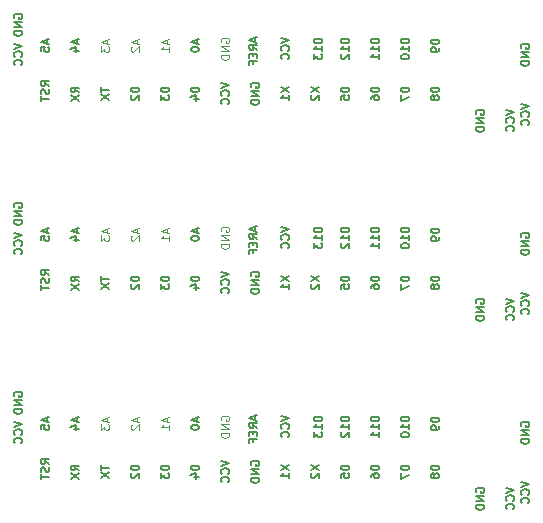
<source format=gbo>
G04 #@! TF.FileFunction,Legend,Bot*
%FSLAX46Y46*%
G04 Gerber Fmt 4.6, Leading zero omitted, Abs format (unit mm)*
G04 Created by KiCad (PCBNEW 4.0.0-rc2-stable) date 20/11/2015 20:33:50*
%MOMM*%
G01*
G04 APERTURE LIST*
%ADD10C,0.100000*%
%ADD11C,0.150000*%
%ADD12C,0.125000*%
G04 APERTURE END LIST*
D10*
D11*
X200776667Y-119896000D02*
X200776667Y-120229334D01*
X200976667Y-119829334D02*
X200276667Y-120062667D01*
X200976667Y-120296000D01*
X200276667Y-120862667D02*
X200276667Y-120529334D01*
X200610000Y-120496000D01*
X200576667Y-120529334D01*
X200543333Y-120596000D01*
X200543333Y-120762667D01*
X200576667Y-120829334D01*
X200610000Y-120862667D01*
X200676667Y-120896000D01*
X200843333Y-120896000D01*
X200910000Y-120862667D01*
X200943333Y-120829334D01*
X200976667Y-120762667D01*
X200976667Y-120596000D01*
X200943333Y-120529334D01*
X200910000Y-120496000D01*
X240950000Y-120624667D02*
X240916667Y-120558001D01*
X240916667Y-120458001D01*
X240950000Y-120358001D01*
X241016667Y-120291334D01*
X241083333Y-120258001D01*
X241216667Y-120224667D01*
X241316667Y-120224667D01*
X241450000Y-120258001D01*
X241516667Y-120291334D01*
X241583333Y-120358001D01*
X241616667Y-120458001D01*
X241616667Y-120524667D01*
X241583333Y-120624667D01*
X241550000Y-120658001D01*
X241316667Y-120658001D01*
X241316667Y-120524667D01*
X241616667Y-120958001D02*
X240916667Y-120958001D01*
X241616667Y-121358001D01*
X240916667Y-121358001D01*
X241616667Y-121691334D02*
X240916667Y-121691334D01*
X240916667Y-121858000D01*
X240950000Y-121958000D01*
X241016667Y-122024667D01*
X241083333Y-122058000D01*
X241216667Y-122091334D01*
X241316667Y-122091334D01*
X241450000Y-122058000D01*
X241516667Y-122024667D01*
X241583333Y-121958000D01*
X241616667Y-121858000D01*
X241616667Y-121691334D01*
X240916667Y-125304667D02*
X241616667Y-125538000D01*
X240916667Y-125771333D01*
X241550000Y-126404667D02*
X241583333Y-126371333D01*
X241616667Y-126271333D01*
X241616667Y-126204667D01*
X241583333Y-126104667D01*
X241516667Y-126038000D01*
X241450000Y-126004667D01*
X241316667Y-125971333D01*
X241216667Y-125971333D01*
X241083333Y-126004667D01*
X241016667Y-126038000D01*
X240950000Y-126104667D01*
X240916667Y-126204667D01*
X240916667Y-126271333D01*
X240950000Y-126371333D01*
X240983333Y-126404667D01*
X241550000Y-127104667D02*
X241583333Y-127071333D01*
X241616667Y-126971333D01*
X241616667Y-126904667D01*
X241583333Y-126804667D01*
X241516667Y-126738000D01*
X241450000Y-126704667D01*
X241316667Y-126671333D01*
X241216667Y-126671333D01*
X241083333Y-126704667D01*
X241016667Y-126738000D01*
X240950000Y-126804667D01*
X240916667Y-126904667D01*
X240916667Y-126971333D01*
X240950000Y-127071333D01*
X240983333Y-127104667D01*
X239646667Y-125812667D02*
X240346667Y-126046000D01*
X239646667Y-126279333D01*
X240280000Y-126912667D02*
X240313333Y-126879333D01*
X240346667Y-126779333D01*
X240346667Y-126712667D01*
X240313333Y-126612667D01*
X240246667Y-126546000D01*
X240180000Y-126512667D01*
X240046667Y-126479333D01*
X239946667Y-126479333D01*
X239813333Y-126512667D01*
X239746667Y-126546000D01*
X239680000Y-126612667D01*
X239646667Y-126712667D01*
X239646667Y-126779333D01*
X239680000Y-126879333D01*
X239713333Y-126912667D01*
X240280000Y-127612667D02*
X240313333Y-127579333D01*
X240346667Y-127479333D01*
X240346667Y-127412667D01*
X240313333Y-127312667D01*
X240246667Y-127246000D01*
X240180000Y-127212667D01*
X240046667Y-127179333D01*
X239946667Y-127179333D01*
X239813333Y-127212667D01*
X239746667Y-127246000D01*
X239680000Y-127312667D01*
X239646667Y-127412667D01*
X239646667Y-127479333D01*
X239680000Y-127579333D01*
X239713333Y-127612667D01*
X237140000Y-126212667D02*
X237106667Y-126146001D01*
X237106667Y-126046001D01*
X237140000Y-125946001D01*
X237206667Y-125879334D01*
X237273333Y-125846001D01*
X237406667Y-125812667D01*
X237506667Y-125812667D01*
X237640000Y-125846001D01*
X237706667Y-125879334D01*
X237773333Y-125946001D01*
X237806667Y-126046001D01*
X237806667Y-126112667D01*
X237773333Y-126212667D01*
X237740000Y-126246001D01*
X237506667Y-126246001D01*
X237506667Y-126112667D01*
X237806667Y-126546001D02*
X237106667Y-126546001D01*
X237806667Y-126946001D01*
X237106667Y-126946001D01*
X237806667Y-127279334D02*
X237106667Y-127279334D01*
X237106667Y-127446000D01*
X237140000Y-127546000D01*
X237206667Y-127612667D01*
X237273333Y-127646000D01*
X237406667Y-127679334D01*
X237506667Y-127679334D01*
X237640000Y-127646000D01*
X237706667Y-127612667D01*
X237773333Y-127546000D01*
X237806667Y-127446000D01*
X237806667Y-127279334D01*
X233996667Y-119879334D02*
X233296667Y-119879334D01*
X233296667Y-120046000D01*
X233330000Y-120146000D01*
X233396667Y-120212667D01*
X233463333Y-120246000D01*
X233596667Y-120279334D01*
X233696667Y-120279334D01*
X233830000Y-120246000D01*
X233896667Y-120212667D01*
X233963333Y-120146000D01*
X233996667Y-120046000D01*
X233996667Y-119879334D01*
X233996667Y-120612667D02*
X233996667Y-120746000D01*
X233963333Y-120812667D01*
X233930000Y-120846000D01*
X233830000Y-120912667D01*
X233696667Y-120946000D01*
X233430000Y-120946000D01*
X233363333Y-120912667D01*
X233330000Y-120879334D01*
X233296667Y-120812667D01*
X233296667Y-120679334D01*
X233330000Y-120612667D01*
X233363333Y-120579334D01*
X233430000Y-120546000D01*
X233596667Y-120546000D01*
X233663333Y-120579334D01*
X233696667Y-120612667D01*
X233730000Y-120679334D01*
X233730000Y-120812667D01*
X233696667Y-120879334D01*
X233663333Y-120912667D01*
X233596667Y-120946000D01*
X231456667Y-119800000D02*
X230756667Y-119800000D01*
X230756667Y-119966666D01*
X230790000Y-120066666D01*
X230856667Y-120133333D01*
X230923333Y-120166666D01*
X231056667Y-120200000D01*
X231156667Y-120200000D01*
X231290000Y-120166666D01*
X231356667Y-120133333D01*
X231423333Y-120066666D01*
X231456667Y-119966666D01*
X231456667Y-119800000D01*
X231456667Y-120866666D02*
X231456667Y-120466666D01*
X231456667Y-120666666D02*
X230756667Y-120666666D01*
X230856667Y-120600000D01*
X230923333Y-120533333D01*
X230956667Y-120466666D01*
X230756667Y-121300000D02*
X230756667Y-121366667D01*
X230790000Y-121433333D01*
X230823333Y-121466667D01*
X230890000Y-121500000D01*
X231023333Y-121533333D01*
X231190000Y-121533333D01*
X231323333Y-121500000D01*
X231390000Y-121466667D01*
X231423333Y-121433333D01*
X231456667Y-121366667D01*
X231456667Y-121300000D01*
X231423333Y-121233333D01*
X231390000Y-121200000D01*
X231323333Y-121166667D01*
X231190000Y-121133333D01*
X231023333Y-121133333D01*
X230890000Y-121166667D01*
X230823333Y-121200000D01*
X230790000Y-121233333D01*
X230756667Y-121300000D01*
X233996667Y-123943334D02*
X233296667Y-123943334D01*
X233296667Y-124110000D01*
X233330000Y-124210000D01*
X233396667Y-124276667D01*
X233463333Y-124310000D01*
X233596667Y-124343334D01*
X233696667Y-124343334D01*
X233830000Y-124310000D01*
X233896667Y-124276667D01*
X233963333Y-124210000D01*
X233996667Y-124110000D01*
X233996667Y-123943334D01*
X233596667Y-124743334D02*
X233563333Y-124676667D01*
X233530000Y-124643334D01*
X233463333Y-124610000D01*
X233430000Y-124610000D01*
X233363333Y-124643334D01*
X233330000Y-124676667D01*
X233296667Y-124743334D01*
X233296667Y-124876667D01*
X233330000Y-124943334D01*
X233363333Y-124976667D01*
X233430000Y-125010000D01*
X233463333Y-125010000D01*
X233530000Y-124976667D01*
X233563333Y-124943334D01*
X233596667Y-124876667D01*
X233596667Y-124743334D01*
X233630000Y-124676667D01*
X233663333Y-124643334D01*
X233730000Y-124610000D01*
X233863333Y-124610000D01*
X233930000Y-124643334D01*
X233963333Y-124676667D01*
X233996667Y-124743334D01*
X233996667Y-124876667D01*
X233963333Y-124943334D01*
X233930000Y-124976667D01*
X233863333Y-125010000D01*
X233730000Y-125010000D01*
X233663333Y-124976667D01*
X233630000Y-124943334D01*
X233596667Y-124876667D01*
X231456667Y-123943334D02*
X230756667Y-123943334D01*
X230756667Y-124110000D01*
X230790000Y-124210000D01*
X230856667Y-124276667D01*
X230923333Y-124310000D01*
X231056667Y-124343334D01*
X231156667Y-124343334D01*
X231290000Y-124310000D01*
X231356667Y-124276667D01*
X231423333Y-124210000D01*
X231456667Y-124110000D01*
X231456667Y-123943334D01*
X230756667Y-124576667D02*
X230756667Y-125043334D01*
X231456667Y-124743334D01*
X228916667Y-123943334D02*
X228216667Y-123943334D01*
X228216667Y-124110000D01*
X228250000Y-124210000D01*
X228316667Y-124276667D01*
X228383333Y-124310000D01*
X228516667Y-124343334D01*
X228616667Y-124343334D01*
X228750000Y-124310000D01*
X228816667Y-124276667D01*
X228883333Y-124210000D01*
X228916667Y-124110000D01*
X228916667Y-123943334D01*
X228216667Y-124943334D02*
X228216667Y-124810000D01*
X228250000Y-124743334D01*
X228283333Y-124710000D01*
X228383333Y-124643334D01*
X228516667Y-124610000D01*
X228783333Y-124610000D01*
X228850000Y-124643334D01*
X228883333Y-124676667D01*
X228916667Y-124743334D01*
X228916667Y-124876667D01*
X228883333Y-124943334D01*
X228850000Y-124976667D01*
X228783333Y-125010000D01*
X228616667Y-125010000D01*
X228550000Y-124976667D01*
X228516667Y-124943334D01*
X228483333Y-124876667D01*
X228483333Y-124743334D01*
X228516667Y-124676667D01*
X228550000Y-124643334D01*
X228616667Y-124610000D01*
X226376667Y-123943334D02*
X225676667Y-123943334D01*
X225676667Y-124110000D01*
X225710000Y-124210000D01*
X225776667Y-124276667D01*
X225843333Y-124310000D01*
X225976667Y-124343334D01*
X226076667Y-124343334D01*
X226210000Y-124310000D01*
X226276667Y-124276667D01*
X226343333Y-124210000D01*
X226376667Y-124110000D01*
X226376667Y-123943334D01*
X225676667Y-124976667D02*
X225676667Y-124643334D01*
X226010000Y-124610000D01*
X225976667Y-124643334D01*
X225943333Y-124710000D01*
X225943333Y-124876667D01*
X225976667Y-124943334D01*
X226010000Y-124976667D01*
X226076667Y-125010000D01*
X226243333Y-125010000D01*
X226310000Y-124976667D01*
X226343333Y-124943334D01*
X226376667Y-124876667D01*
X226376667Y-124710000D01*
X226343333Y-124643334D01*
X226310000Y-124610000D01*
X223136667Y-123893333D02*
X223836667Y-124360000D01*
X223136667Y-124360000D02*
X223836667Y-123893333D01*
X223203333Y-124593333D02*
X223170000Y-124626667D01*
X223136667Y-124693333D01*
X223136667Y-124860000D01*
X223170000Y-124926667D01*
X223203333Y-124960000D01*
X223270000Y-124993333D01*
X223336667Y-124993333D01*
X223436667Y-124960000D01*
X223836667Y-124560000D01*
X223836667Y-124993333D01*
X220596667Y-123893333D02*
X221296667Y-124360000D01*
X220596667Y-124360000D02*
X221296667Y-123893333D01*
X221296667Y-124993333D02*
X221296667Y-124593333D01*
X221296667Y-124793333D02*
X220596667Y-124793333D01*
X220696667Y-124726667D01*
X220763333Y-124660000D01*
X220796667Y-124593333D01*
X208596667Y-123943334D02*
X207896667Y-123943334D01*
X207896667Y-124110000D01*
X207930000Y-124210000D01*
X207996667Y-124276667D01*
X208063333Y-124310000D01*
X208196667Y-124343334D01*
X208296667Y-124343334D01*
X208430000Y-124310000D01*
X208496667Y-124276667D01*
X208563333Y-124210000D01*
X208596667Y-124110000D01*
X208596667Y-123943334D01*
X207963333Y-124610000D02*
X207930000Y-124643334D01*
X207896667Y-124710000D01*
X207896667Y-124876667D01*
X207930000Y-124943334D01*
X207963333Y-124976667D01*
X208030000Y-125010000D01*
X208096667Y-125010000D01*
X208196667Y-124976667D01*
X208596667Y-124576667D01*
X208596667Y-125010000D01*
X211136667Y-123943334D02*
X210436667Y-123943334D01*
X210436667Y-124110000D01*
X210470000Y-124210000D01*
X210536667Y-124276667D01*
X210603333Y-124310000D01*
X210736667Y-124343334D01*
X210836667Y-124343334D01*
X210970000Y-124310000D01*
X211036667Y-124276667D01*
X211103333Y-124210000D01*
X211136667Y-124110000D01*
X211136667Y-123943334D01*
X210436667Y-124576667D02*
X210436667Y-125010000D01*
X210703333Y-124776667D01*
X210703333Y-124876667D01*
X210736667Y-124943334D01*
X210770000Y-124976667D01*
X210836667Y-125010000D01*
X211003333Y-125010000D01*
X211070000Y-124976667D01*
X211103333Y-124943334D01*
X211136667Y-124876667D01*
X211136667Y-124676667D01*
X211103333Y-124610000D01*
X211070000Y-124576667D01*
X213676667Y-123943334D02*
X212976667Y-123943334D01*
X212976667Y-124110000D01*
X213010000Y-124210000D01*
X213076667Y-124276667D01*
X213143333Y-124310000D01*
X213276667Y-124343334D01*
X213376667Y-124343334D01*
X213510000Y-124310000D01*
X213576667Y-124276667D01*
X213643333Y-124210000D01*
X213676667Y-124110000D01*
X213676667Y-123943334D01*
X213210000Y-124943334D02*
X213676667Y-124943334D01*
X212943333Y-124776667D02*
X213443333Y-124610000D01*
X213443333Y-125043334D01*
X228916667Y-119800000D02*
X228216667Y-119800000D01*
X228216667Y-119966666D01*
X228250000Y-120066666D01*
X228316667Y-120133333D01*
X228383333Y-120166666D01*
X228516667Y-120200000D01*
X228616667Y-120200000D01*
X228750000Y-120166666D01*
X228816667Y-120133333D01*
X228883333Y-120066666D01*
X228916667Y-119966666D01*
X228916667Y-119800000D01*
X228916667Y-120866666D02*
X228916667Y-120466666D01*
X228916667Y-120666666D02*
X228216667Y-120666666D01*
X228316667Y-120600000D01*
X228383333Y-120533333D01*
X228416667Y-120466666D01*
X228916667Y-121533333D02*
X228916667Y-121133333D01*
X228916667Y-121333333D02*
X228216667Y-121333333D01*
X228316667Y-121266667D01*
X228383333Y-121200000D01*
X228416667Y-121133333D01*
X226376667Y-119800000D02*
X225676667Y-119800000D01*
X225676667Y-119966666D01*
X225710000Y-120066666D01*
X225776667Y-120133333D01*
X225843333Y-120166666D01*
X225976667Y-120200000D01*
X226076667Y-120200000D01*
X226210000Y-120166666D01*
X226276667Y-120133333D01*
X226343333Y-120066666D01*
X226376667Y-119966666D01*
X226376667Y-119800000D01*
X226376667Y-120866666D02*
X226376667Y-120466666D01*
X226376667Y-120666666D02*
X225676667Y-120666666D01*
X225776667Y-120600000D01*
X225843333Y-120533333D01*
X225876667Y-120466666D01*
X225743333Y-121133333D02*
X225710000Y-121166667D01*
X225676667Y-121233333D01*
X225676667Y-121400000D01*
X225710000Y-121466667D01*
X225743333Y-121500000D01*
X225810000Y-121533333D01*
X225876667Y-121533333D01*
X225976667Y-121500000D01*
X226376667Y-121100000D01*
X226376667Y-121533333D01*
X224090667Y-119800000D02*
X223390667Y-119800000D01*
X223390667Y-119966666D01*
X223424000Y-120066666D01*
X223490667Y-120133333D01*
X223557333Y-120166666D01*
X223690667Y-120200000D01*
X223790667Y-120200000D01*
X223924000Y-120166666D01*
X223990667Y-120133333D01*
X224057333Y-120066666D01*
X224090667Y-119966666D01*
X224090667Y-119800000D01*
X224090667Y-120866666D02*
X224090667Y-120466666D01*
X224090667Y-120666666D02*
X223390667Y-120666666D01*
X223490667Y-120600000D01*
X223557333Y-120533333D01*
X223590667Y-120466666D01*
X223390667Y-121100000D02*
X223390667Y-121533333D01*
X223657333Y-121300000D01*
X223657333Y-121400000D01*
X223690667Y-121466667D01*
X223724000Y-121500000D01*
X223790667Y-121533333D01*
X223957333Y-121533333D01*
X224024000Y-121500000D01*
X224057333Y-121466667D01*
X224090667Y-121400000D01*
X224090667Y-121200000D01*
X224057333Y-121133333D01*
X224024000Y-121100000D01*
X218416667Y-119734667D02*
X218416667Y-120068001D01*
X218616667Y-119668001D02*
X217916667Y-119901334D01*
X218616667Y-120134667D01*
X218616667Y-120768001D02*
X218283333Y-120534667D01*
X218616667Y-120368001D02*
X217916667Y-120368001D01*
X217916667Y-120634667D01*
X217950000Y-120701334D01*
X217983333Y-120734667D01*
X218050000Y-120768001D01*
X218150000Y-120768001D01*
X218216667Y-120734667D01*
X218250000Y-120701334D01*
X218283333Y-120634667D01*
X218283333Y-120368001D01*
X218250000Y-121068001D02*
X218250000Y-121301334D01*
X218616667Y-121401334D02*
X218616667Y-121068001D01*
X217916667Y-121068001D01*
X217916667Y-121401334D01*
X218250000Y-121934667D02*
X218250000Y-121701334D01*
X218616667Y-121701334D02*
X217916667Y-121701334D01*
X217916667Y-122034667D01*
X203316667Y-119896000D02*
X203316667Y-120229334D01*
X203516667Y-119829334D02*
X202816667Y-120062667D01*
X203516667Y-120296000D01*
X203050000Y-120829334D02*
X203516667Y-120829334D01*
X202783333Y-120662667D02*
X203283333Y-120496000D01*
X203283333Y-120929334D01*
D12*
X205856667Y-119896000D02*
X205856667Y-120229334D01*
X206056667Y-119829334D02*
X205356667Y-120062667D01*
X206056667Y-120296000D01*
X205356667Y-120462667D02*
X205356667Y-120896000D01*
X205623333Y-120662667D01*
X205623333Y-120762667D01*
X205656667Y-120829334D01*
X205690000Y-120862667D01*
X205756667Y-120896000D01*
X205923333Y-120896000D01*
X205990000Y-120862667D01*
X206023333Y-120829334D01*
X206056667Y-120762667D01*
X206056667Y-120562667D01*
X206023333Y-120496000D01*
X205990000Y-120462667D01*
X208396667Y-119896000D02*
X208396667Y-120229334D01*
X208596667Y-119829334D02*
X207896667Y-120062667D01*
X208596667Y-120296000D01*
X207963333Y-120496000D02*
X207930000Y-120529334D01*
X207896667Y-120596000D01*
X207896667Y-120762667D01*
X207930000Y-120829334D01*
X207963333Y-120862667D01*
X208030000Y-120896000D01*
X208096667Y-120896000D01*
X208196667Y-120862667D01*
X208596667Y-120462667D01*
X208596667Y-120896000D01*
X210936667Y-119896000D02*
X210936667Y-120229334D01*
X211136667Y-119829334D02*
X210436667Y-120062667D01*
X211136667Y-120296000D01*
X211136667Y-120896000D02*
X211136667Y-120496000D01*
X211136667Y-120696000D02*
X210436667Y-120696000D01*
X210536667Y-120629334D01*
X210603333Y-120562667D01*
X210636667Y-120496000D01*
D11*
X213476667Y-119896000D02*
X213476667Y-120229334D01*
X213676667Y-119829334D02*
X212976667Y-120062667D01*
X213676667Y-120296000D01*
X212976667Y-120662667D02*
X212976667Y-120729334D01*
X213010000Y-120796000D01*
X213043333Y-120829334D01*
X213110000Y-120862667D01*
X213243333Y-120896000D01*
X213410000Y-120896000D01*
X213543333Y-120862667D01*
X213610000Y-120829334D01*
X213643333Y-120796000D01*
X213676667Y-120729334D01*
X213676667Y-120662667D01*
X213643333Y-120596000D01*
X213610000Y-120562667D01*
X213543333Y-120529334D01*
X213410000Y-120496000D01*
X213243333Y-120496000D01*
X213110000Y-120529334D01*
X213043333Y-120562667D01*
X213010000Y-120596000D01*
X212976667Y-120662667D01*
X220596667Y-119716667D02*
X221296667Y-119950000D01*
X220596667Y-120183333D01*
X221230000Y-120816667D02*
X221263333Y-120783333D01*
X221296667Y-120683333D01*
X221296667Y-120616667D01*
X221263333Y-120516667D01*
X221196667Y-120450000D01*
X221130000Y-120416667D01*
X220996667Y-120383333D01*
X220896667Y-120383333D01*
X220763333Y-120416667D01*
X220696667Y-120450000D01*
X220630000Y-120516667D01*
X220596667Y-120616667D01*
X220596667Y-120683333D01*
X220630000Y-120783333D01*
X220663333Y-120816667D01*
X221230000Y-121516667D02*
X221263333Y-121483333D01*
X221296667Y-121383333D01*
X221296667Y-121316667D01*
X221263333Y-121216667D01*
X221196667Y-121150000D01*
X221130000Y-121116667D01*
X220996667Y-121083333D01*
X220896667Y-121083333D01*
X220763333Y-121116667D01*
X220696667Y-121150000D01*
X220630000Y-121216667D01*
X220596667Y-121316667D01*
X220596667Y-121383333D01*
X220630000Y-121483333D01*
X220663333Y-121516667D01*
D12*
X215550000Y-120116667D02*
X215516667Y-120050001D01*
X215516667Y-119950001D01*
X215550000Y-119850001D01*
X215616667Y-119783334D01*
X215683333Y-119750001D01*
X215816667Y-119716667D01*
X215916667Y-119716667D01*
X216050000Y-119750001D01*
X216116667Y-119783334D01*
X216183333Y-119850001D01*
X216216667Y-119950001D01*
X216216667Y-120016667D01*
X216183333Y-120116667D01*
X216150000Y-120150001D01*
X215916667Y-120150001D01*
X215916667Y-120016667D01*
X216216667Y-120450001D02*
X215516667Y-120450001D01*
X216216667Y-120850001D01*
X215516667Y-120850001D01*
X216216667Y-121183334D02*
X215516667Y-121183334D01*
X215516667Y-121350000D01*
X215550000Y-121450000D01*
X215616667Y-121516667D01*
X215683333Y-121550000D01*
X215816667Y-121583334D01*
X215916667Y-121583334D01*
X216050000Y-121550000D01*
X216116667Y-121516667D01*
X216183333Y-121450000D01*
X216216667Y-121350000D01*
X216216667Y-121183334D01*
D11*
X218090000Y-123926667D02*
X218056667Y-123860001D01*
X218056667Y-123760001D01*
X218090000Y-123660001D01*
X218156667Y-123593334D01*
X218223333Y-123560001D01*
X218356667Y-123526667D01*
X218456667Y-123526667D01*
X218590000Y-123560001D01*
X218656667Y-123593334D01*
X218723333Y-123660001D01*
X218756667Y-123760001D01*
X218756667Y-123826667D01*
X218723333Y-123926667D01*
X218690000Y-123960001D01*
X218456667Y-123960001D01*
X218456667Y-123826667D01*
X218756667Y-124260001D02*
X218056667Y-124260001D01*
X218756667Y-124660001D01*
X218056667Y-124660001D01*
X218756667Y-124993334D02*
X218056667Y-124993334D01*
X218056667Y-125160000D01*
X218090000Y-125260000D01*
X218156667Y-125326667D01*
X218223333Y-125360000D01*
X218356667Y-125393334D01*
X218456667Y-125393334D01*
X218590000Y-125360000D01*
X218656667Y-125326667D01*
X218723333Y-125260000D01*
X218756667Y-125160000D01*
X218756667Y-124993334D01*
X215516667Y-123526667D02*
X216216667Y-123760000D01*
X215516667Y-123993333D01*
X216150000Y-124626667D02*
X216183333Y-124593333D01*
X216216667Y-124493333D01*
X216216667Y-124426667D01*
X216183333Y-124326667D01*
X216116667Y-124260000D01*
X216050000Y-124226667D01*
X215916667Y-124193333D01*
X215816667Y-124193333D01*
X215683333Y-124226667D01*
X215616667Y-124260000D01*
X215550000Y-124326667D01*
X215516667Y-124426667D01*
X215516667Y-124493333D01*
X215550000Y-124593333D01*
X215583333Y-124626667D01*
X216150000Y-125326667D02*
X216183333Y-125293333D01*
X216216667Y-125193333D01*
X216216667Y-125126667D01*
X216183333Y-125026667D01*
X216116667Y-124960000D01*
X216050000Y-124926667D01*
X215916667Y-124893333D01*
X215816667Y-124893333D01*
X215683333Y-124926667D01*
X215616667Y-124960000D01*
X215550000Y-125026667D01*
X215516667Y-125126667D01*
X215516667Y-125193333D01*
X215550000Y-125293333D01*
X215583333Y-125326667D01*
X205356667Y-123926667D02*
X205356667Y-124326667D01*
X206056667Y-124126667D02*
X205356667Y-124126667D01*
X205356667Y-124493333D02*
X206056667Y-124960000D01*
X205356667Y-124960000D02*
X206056667Y-124493333D01*
X203516667Y-124343334D02*
X203183333Y-124110000D01*
X203516667Y-123943334D02*
X202816667Y-123943334D01*
X202816667Y-124210000D01*
X202850000Y-124276667D01*
X202883333Y-124310000D01*
X202950000Y-124343334D01*
X203050000Y-124343334D01*
X203116667Y-124310000D01*
X203150000Y-124276667D01*
X203183333Y-124210000D01*
X203183333Y-123943334D01*
X202816667Y-124576667D02*
X203516667Y-125043334D01*
X202816667Y-125043334D02*
X203516667Y-124576667D01*
X200976667Y-123822667D02*
X200643333Y-123589333D01*
X200976667Y-123422667D02*
X200276667Y-123422667D01*
X200276667Y-123689333D01*
X200310000Y-123756000D01*
X200343333Y-123789333D01*
X200410000Y-123822667D01*
X200510000Y-123822667D01*
X200576667Y-123789333D01*
X200610000Y-123756000D01*
X200643333Y-123689333D01*
X200643333Y-123422667D01*
X200943333Y-124089333D02*
X200976667Y-124189333D01*
X200976667Y-124356000D01*
X200943333Y-124422667D01*
X200910000Y-124456000D01*
X200843333Y-124489333D01*
X200776667Y-124489333D01*
X200710000Y-124456000D01*
X200676667Y-124422667D01*
X200643333Y-124356000D01*
X200610000Y-124222667D01*
X200576667Y-124156000D01*
X200543333Y-124122667D01*
X200476667Y-124089333D01*
X200410000Y-124089333D01*
X200343333Y-124122667D01*
X200310000Y-124156000D01*
X200276667Y-124222667D01*
X200276667Y-124389333D01*
X200310000Y-124489333D01*
X200276667Y-124689334D02*
X200276667Y-125089334D01*
X200976667Y-124889334D02*
X200276667Y-124889334D01*
X197990667Y-120224667D02*
X198690667Y-120458000D01*
X197990667Y-120691333D01*
X198624000Y-121324667D02*
X198657333Y-121291333D01*
X198690667Y-121191333D01*
X198690667Y-121124667D01*
X198657333Y-121024667D01*
X198590667Y-120958000D01*
X198524000Y-120924667D01*
X198390667Y-120891333D01*
X198290667Y-120891333D01*
X198157333Y-120924667D01*
X198090667Y-120958000D01*
X198024000Y-121024667D01*
X197990667Y-121124667D01*
X197990667Y-121191333D01*
X198024000Y-121291333D01*
X198057333Y-121324667D01*
X198624000Y-122024667D02*
X198657333Y-121991333D01*
X198690667Y-121891333D01*
X198690667Y-121824667D01*
X198657333Y-121724667D01*
X198590667Y-121658000D01*
X198524000Y-121624667D01*
X198390667Y-121591333D01*
X198290667Y-121591333D01*
X198157333Y-121624667D01*
X198090667Y-121658000D01*
X198024000Y-121724667D01*
X197990667Y-121824667D01*
X197990667Y-121891333D01*
X198024000Y-121991333D01*
X198057333Y-122024667D01*
X198024000Y-118084667D02*
X197990667Y-118018001D01*
X197990667Y-117918001D01*
X198024000Y-117818001D01*
X198090667Y-117751334D01*
X198157333Y-117718001D01*
X198290667Y-117684667D01*
X198390667Y-117684667D01*
X198524000Y-117718001D01*
X198590667Y-117751334D01*
X198657333Y-117818001D01*
X198690667Y-117918001D01*
X198690667Y-117984667D01*
X198657333Y-118084667D01*
X198624000Y-118118001D01*
X198390667Y-118118001D01*
X198390667Y-117984667D01*
X198690667Y-118418001D02*
X197990667Y-118418001D01*
X198690667Y-118818001D01*
X197990667Y-118818001D01*
X198690667Y-119151334D02*
X197990667Y-119151334D01*
X197990667Y-119318000D01*
X198024000Y-119418000D01*
X198090667Y-119484667D01*
X198157333Y-119518000D01*
X198290667Y-119551334D01*
X198390667Y-119551334D01*
X198524000Y-119518000D01*
X198590667Y-119484667D01*
X198657333Y-119418000D01*
X198690667Y-119318000D01*
X198690667Y-119151334D01*
X200776667Y-135898000D02*
X200776667Y-136231334D01*
X200976667Y-135831334D02*
X200276667Y-136064667D01*
X200976667Y-136298000D01*
X200276667Y-136864667D02*
X200276667Y-136531334D01*
X200610000Y-136498000D01*
X200576667Y-136531334D01*
X200543333Y-136598000D01*
X200543333Y-136764667D01*
X200576667Y-136831334D01*
X200610000Y-136864667D01*
X200676667Y-136898000D01*
X200843333Y-136898000D01*
X200910000Y-136864667D01*
X200943333Y-136831334D01*
X200976667Y-136764667D01*
X200976667Y-136598000D01*
X200943333Y-136531334D01*
X200910000Y-136498000D01*
X240950000Y-136626667D02*
X240916667Y-136560001D01*
X240916667Y-136460001D01*
X240950000Y-136360001D01*
X241016667Y-136293334D01*
X241083333Y-136260001D01*
X241216667Y-136226667D01*
X241316667Y-136226667D01*
X241450000Y-136260001D01*
X241516667Y-136293334D01*
X241583333Y-136360001D01*
X241616667Y-136460001D01*
X241616667Y-136526667D01*
X241583333Y-136626667D01*
X241550000Y-136660001D01*
X241316667Y-136660001D01*
X241316667Y-136526667D01*
X241616667Y-136960001D02*
X240916667Y-136960001D01*
X241616667Y-137360001D01*
X240916667Y-137360001D01*
X241616667Y-137693334D02*
X240916667Y-137693334D01*
X240916667Y-137860000D01*
X240950000Y-137960000D01*
X241016667Y-138026667D01*
X241083333Y-138060000D01*
X241216667Y-138093334D01*
X241316667Y-138093334D01*
X241450000Y-138060000D01*
X241516667Y-138026667D01*
X241583333Y-137960000D01*
X241616667Y-137860000D01*
X241616667Y-137693334D01*
X240916667Y-141306667D02*
X241616667Y-141540000D01*
X240916667Y-141773333D01*
X241550000Y-142406667D02*
X241583333Y-142373333D01*
X241616667Y-142273333D01*
X241616667Y-142206667D01*
X241583333Y-142106667D01*
X241516667Y-142040000D01*
X241450000Y-142006667D01*
X241316667Y-141973333D01*
X241216667Y-141973333D01*
X241083333Y-142006667D01*
X241016667Y-142040000D01*
X240950000Y-142106667D01*
X240916667Y-142206667D01*
X240916667Y-142273333D01*
X240950000Y-142373333D01*
X240983333Y-142406667D01*
X241550000Y-143106667D02*
X241583333Y-143073333D01*
X241616667Y-142973333D01*
X241616667Y-142906667D01*
X241583333Y-142806667D01*
X241516667Y-142740000D01*
X241450000Y-142706667D01*
X241316667Y-142673333D01*
X241216667Y-142673333D01*
X241083333Y-142706667D01*
X241016667Y-142740000D01*
X240950000Y-142806667D01*
X240916667Y-142906667D01*
X240916667Y-142973333D01*
X240950000Y-143073333D01*
X240983333Y-143106667D01*
X239646667Y-141814667D02*
X240346667Y-142048000D01*
X239646667Y-142281333D01*
X240280000Y-142914667D02*
X240313333Y-142881333D01*
X240346667Y-142781333D01*
X240346667Y-142714667D01*
X240313333Y-142614667D01*
X240246667Y-142548000D01*
X240180000Y-142514667D01*
X240046667Y-142481333D01*
X239946667Y-142481333D01*
X239813333Y-142514667D01*
X239746667Y-142548000D01*
X239680000Y-142614667D01*
X239646667Y-142714667D01*
X239646667Y-142781333D01*
X239680000Y-142881333D01*
X239713333Y-142914667D01*
X240280000Y-143614667D02*
X240313333Y-143581333D01*
X240346667Y-143481333D01*
X240346667Y-143414667D01*
X240313333Y-143314667D01*
X240246667Y-143248000D01*
X240180000Y-143214667D01*
X240046667Y-143181333D01*
X239946667Y-143181333D01*
X239813333Y-143214667D01*
X239746667Y-143248000D01*
X239680000Y-143314667D01*
X239646667Y-143414667D01*
X239646667Y-143481333D01*
X239680000Y-143581333D01*
X239713333Y-143614667D01*
X237140000Y-142214667D02*
X237106667Y-142148001D01*
X237106667Y-142048001D01*
X237140000Y-141948001D01*
X237206667Y-141881334D01*
X237273333Y-141848001D01*
X237406667Y-141814667D01*
X237506667Y-141814667D01*
X237640000Y-141848001D01*
X237706667Y-141881334D01*
X237773333Y-141948001D01*
X237806667Y-142048001D01*
X237806667Y-142114667D01*
X237773333Y-142214667D01*
X237740000Y-142248001D01*
X237506667Y-142248001D01*
X237506667Y-142114667D01*
X237806667Y-142548001D02*
X237106667Y-142548001D01*
X237806667Y-142948001D01*
X237106667Y-142948001D01*
X237806667Y-143281334D02*
X237106667Y-143281334D01*
X237106667Y-143448000D01*
X237140000Y-143548000D01*
X237206667Y-143614667D01*
X237273333Y-143648000D01*
X237406667Y-143681334D01*
X237506667Y-143681334D01*
X237640000Y-143648000D01*
X237706667Y-143614667D01*
X237773333Y-143548000D01*
X237806667Y-143448000D01*
X237806667Y-143281334D01*
X233996667Y-135881334D02*
X233296667Y-135881334D01*
X233296667Y-136048000D01*
X233330000Y-136148000D01*
X233396667Y-136214667D01*
X233463333Y-136248000D01*
X233596667Y-136281334D01*
X233696667Y-136281334D01*
X233830000Y-136248000D01*
X233896667Y-136214667D01*
X233963333Y-136148000D01*
X233996667Y-136048000D01*
X233996667Y-135881334D01*
X233996667Y-136614667D02*
X233996667Y-136748000D01*
X233963333Y-136814667D01*
X233930000Y-136848000D01*
X233830000Y-136914667D01*
X233696667Y-136948000D01*
X233430000Y-136948000D01*
X233363333Y-136914667D01*
X233330000Y-136881334D01*
X233296667Y-136814667D01*
X233296667Y-136681334D01*
X233330000Y-136614667D01*
X233363333Y-136581334D01*
X233430000Y-136548000D01*
X233596667Y-136548000D01*
X233663333Y-136581334D01*
X233696667Y-136614667D01*
X233730000Y-136681334D01*
X233730000Y-136814667D01*
X233696667Y-136881334D01*
X233663333Y-136914667D01*
X233596667Y-136948000D01*
X231456667Y-135802000D02*
X230756667Y-135802000D01*
X230756667Y-135968666D01*
X230790000Y-136068666D01*
X230856667Y-136135333D01*
X230923333Y-136168666D01*
X231056667Y-136202000D01*
X231156667Y-136202000D01*
X231290000Y-136168666D01*
X231356667Y-136135333D01*
X231423333Y-136068666D01*
X231456667Y-135968666D01*
X231456667Y-135802000D01*
X231456667Y-136868666D02*
X231456667Y-136468666D01*
X231456667Y-136668666D02*
X230756667Y-136668666D01*
X230856667Y-136602000D01*
X230923333Y-136535333D01*
X230956667Y-136468666D01*
X230756667Y-137302000D02*
X230756667Y-137368667D01*
X230790000Y-137435333D01*
X230823333Y-137468667D01*
X230890000Y-137502000D01*
X231023333Y-137535333D01*
X231190000Y-137535333D01*
X231323333Y-137502000D01*
X231390000Y-137468667D01*
X231423333Y-137435333D01*
X231456667Y-137368667D01*
X231456667Y-137302000D01*
X231423333Y-137235333D01*
X231390000Y-137202000D01*
X231323333Y-137168667D01*
X231190000Y-137135333D01*
X231023333Y-137135333D01*
X230890000Y-137168667D01*
X230823333Y-137202000D01*
X230790000Y-137235333D01*
X230756667Y-137302000D01*
X233996667Y-139945334D02*
X233296667Y-139945334D01*
X233296667Y-140112000D01*
X233330000Y-140212000D01*
X233396667Y-140278667D01*
X233463333Y-140312000D01*
X233596667Y-140345334D01*
X233696667Y-140345334D01*
X233830000Y-140312000D01*
X233896667Y-140278667D01*
X233963333Y-140212000D01*
X233996667Y-140112000D01*
X233996667Y-139945334D01*
X233596667Y-140745334D02*
X233563333Y-140678667D01*
X233530000Y-140645334D01*
X233463333Y-140612000D01*
X233430000Y-140612000D01*
X233363333Y-140645334D01*
X233330000Y-140678667D01*
X233296667Y-140745334D01*
X233296667Y-140878667D01*
X233330000Y-140945334D01*
X233363333Y-140978667D01*
X233430000Y-141012000D01*
X233463333Y-141012000D01*
X233530000Y-140978667D01*
X233563333Y-140945334D01*
X233596667Y-140878667D01*
X233596667Y-140745334D01*
X233630000Y-140678667D01*
X233663333Y-140645334D01*
X233730000Y-140612000D01*
X233863333Y-140612000D01*
X233930000Y-140645334D01*
X233963333Y-140678667D01*
X233996667Y-140745334D01*
X233996667Y-140878667D01*
X233963333Y-140945334D01*
X233930000Y-140978667D01*
X233863333Y-141012000D01*
X233730000Y-141012000D01*
X233663333Y-140978667D01*
X233630000Y-140945334D01*
X233596667Y-140878667D01*
X231456667Y-139945334D02*
X230756667Y-139945334D01*
X230756667Y-140112000D01*
X230790000Y-140212000D01*
X230856667Y-140278667D01*
X230923333Y-140312000D01*
X231056667Y-140345334D01*
X231156667Y-140345334D01*
X231290000Y-140312000D01*
X231356667Y-140278667D01*
X231423333Y-140212000D01*
X231456667Y-140112000D01*
X231456667Y-139945334D01*
X230756667Y-140578667D02*
X230756667Y-141045334D01*
X231456667Y-140745334D01*
X228916667Y-139945334D02*
X228216667Y-139945334D01*
X228216667Y-140112000D01*
X228250000Y-140212000D01*
X228316667Y-140278667D01*
X228383333Y-140312000D01*
X228516667Y-140345334D01*
X228616667Y-140345334D01*
X228750000Y-140312000D01*
X228816667Y-140278667D01*
X228883333Y-140212000D01*
X228916667Y-140112000D01*
X228916667Y-139945334D01*
X228216667Y-140945334D02*
X228216667Y-140812000D01*
X228250000Y-140745334D01*
X228283333Y-140712000D01*
X228383333Y-140645334D01*
X228516667Y-140612000D01*
X228783333Y-140612000D01*
X228850000Y-140645334D01*
X228883333Y-140678667D01*
X228916667Y-140745334D01*
X228916667Y-140878667D01*
X228883333Y-140945334D01*
X228850000Y-140978667D01*
X228783333Y-141012000D01*
X228616667Y-141012000D01*
X228550000Y-140978667D01*
X228516667Y-140945334D01*
X228483333Y-140878667D01*
X228483333Y-140745334D01*
X228516667Y-140678667D01*
X228550000Y-140645334D01*
X228616667Y-140612000D01*
X226376667Y-139945334D02*
X225676667Y-139945334D01*
X225676667Y-140112000D01*
X225710000Y-140212000D01*
X225776667Y-140278667D01*
X225843333Y-140312000D01*
X225976667Y-140345334D01*
X226076667Y-140345334D01*
X226210000Y-140312000D01*
X226276667Y-140278667D01*
X226343333Y-140212000D01*
X226376667Y-140112000D01*
X226376667Y-139945334D01*
X225676667Y-140978667D02*
X225676667Y-140645334D01*
X226010000Y-140612000D01*
X225976667Y-140645334D01*
X225943333Y-140712000D01*
X225943333Y-140878667D01*
X225976667Y-140945334D01*
X226010000Y-140978667D01*
X226076667Y-141012000D01*
X226243333Y-141012000D01*
X226310000Y-140978667D01*
X226343333Y-140945334D01*
X226376667Y-140878667D01*
X226376667Y-140712000D01*
X226343333Y-140645334D01*
X226310000Y-140612000D01*
X223136667Y-139895333D02*
X223836667Y-140362000D01*
X223136667Y-140362000D02*
X223836667Y-139895333D01*
X223203333Y-140595333D02*
X223170000Y-140628667D01*
X223136667Y-140695333D01*
X223136667Y-140862000D01*
X223170000Y-140928667D01*
X223203333Y-140962000D01*
X223270000Y-140995333D01*
X223336667Y-140995333D01*
X223436667Y-140962000D01*
X223836667Y-140562000D01*
X223836667Y-140995333D01*
X220596667Y-139895333D02*
X221296667Y-140362000D01*
X220596667Y-140362000D02*
X221296667Y-139895333D01*
X221296667Y-140995333D02*
X221296667Y-140595333D01*
X221296667Y-140795333D02*
X220596667Y-140795333D01*
X220696667Y-140728667D01*
X220763333Y-140662000D01*
X220796667Y-140595333D01*
X208596667Y-139945334D02*
X207896667Y-139945334D01*
X207896667Y-140112000D01*
X207930000Y-140212000D01*
X207996667Y-140278667D01*
X208063333Y-140312000D01*
X208196667Y-140345334D01*
X208296667Y-140345334D01*
X208430000Y-140312000D01*
X208496667Y-140278667D01*
X208563333Y-140212000D01*
X208596667Y-140112000D01*
X208596667Y-139945334D01*
X207963333Y-140612000D02*
X207930000Y-140645334D01*
X207896667Y-140712000D01*
X207896667Y-140878667D01*
X207930000Y-140945334D01*
X207963333Y-140978667D01*
X208030000Y-141012000D01*
X208096667Y-141012000D01*
X208196667Y-140978667D01*
X208596667Y-140578667D01*
X208596667Y-141012000D01*
X211136667Y-139945334D02*
X210436667Y-139945334D01*
X210436667Y-140112000D01*
X210470000Y-140212000D01*
X210536667Y-140278667D01*
X210603333Y-140312000D01*
X210736667Y-140345334D01*
X210836667Y-140345334D01*
X210970000Y-140312000D01*
X211036667Y-140278667D01*
X211103333Y-140212000D01*
X211136667Y-140112000D01*
X211136667Y-139945334D01*
X210436667Y-140578667D02*
X210436667Y-141012000D01*
X210703333Y-140778667D01*
X210703333Y-140878667D01*
X210736667Y-140945334D01*
X210770000Y-140978667D01*
X210836667Y-141012000D01*
X211003333Y-141012000D01*
X211070000Y-140978667D01*
X211103333Y-140945334D01*
X211136667Y-140878667D01*
X211136667Y-140678667D01*
X211103333Y-140612000D01*
X211070000Y-140578667D01*
X213676667Y-139945334D02*
X212976667Y-139945334D01*
X212976667Y-140112000D01*
X213010000Y-140212000D01*
X213076667Y-140278667D01*
X213143333Y-140312000D01*
X213276667Y-140345334D01*
X213376667Y-140345334D01*
X213510000Y-140312000D01*
X213576667Y-140278667D01*
X213643333Y-140212000D01*
X213676667Y-140112000D01*
X213676667Y-139945334D01*
X213210000Y-140945334D02*
X213676667Y-140945334D01*
X212943333Y-140778667D02*
X213443333Y-140612000D01*
X213443333Y-141045334D01*
X228916667Y-135802000D02*
X228216667Y-135802000D01*
X228216667Y-135968666D01*
X228250000Y-136068666D01*
X228316667Y-136135333D01*
X228383333Y-136168666D01*
X228516667Y-136202000D01*
X228616667Y-136202000D01*
X228750000Y-136168666D01*
X228816667Y-136135333D01*
X228883333Y-136068666D01*
X228916667Y-135968666D01*
X228916667Y-135802000D01*
X228916667Y-136868666D02*
X228916667Y-136468666D01*
X228916667Y-136668666D02*
X228216667Y-136668666D01*
X228316667Y-136602000D01*
X228383333Y-136535333D01*
X228416667Y-136468666D01*
X228916667Y-137535333D02*
X228916667Y-137135333D01*
X228916667Y-137335333D02*
X228216667Y-137335333D01*
X228316667Y-137268667D01*
X228383333Y-137202000D01*
X228416667Y-137135333D01*
X226376667Y-135802000D02*
X225676667Y-135802000D01*
X225676667Y-135968666D01*
X225710000Y-136068666D01*
X225776667Y-136135333D01*
X225843333Y-136168666D01*
X225976667Y-136202000D01*
X226076667Y-136202000D01*
X226210000Y-136168666D01*
X226276667Y-136135333D01*
X226343333Y-136068666D01*
X226376667Y-135968666D01*
X226376667Y-135802000D01*
X226376667Y-136868666D02*
X226376667Y-136468666D01*
X226376667Y-136668666D02*
X225676667Y-136668666D01*
X225776667Y-136602000D01*
X225843333Y-136535333D01*
X225876667Y-136468666D01*
X225743333Y-137135333D02*
X225710000Y-137168667D01*
X225676667Y-137235333D01*
X225676667Y-137402000D01*
X225710000Y-137468667D01*
X225743333Y-137502000D01*
X225810000Y-137535333D01*
X225876667Y-137535333D01*
X225976667Y-137502000D01*
X226376667Y-137102000D01*
X226376667Y-137535333D01*
X224090667Y-135802000D02*
X223390667Y-135802000D01*
X223390667Y-135968666D01*
X223424000Y-136068666D01*
X223490667Y-136135333D01*
X223557333Y-136168666D01*
X223690667Y-136202000D01*
X223790667Y-136202000D01*
X223924000Y-136168666D01*
X223990667Y-136135333D01*
X224057333Y-136068666D01*
X224090667Y-135968666D01*
X224090667Y-135802000D01*
X224090667Y-136868666D02*
X224090667Y-136468666D01*
X224090667Y-136668666D02*
X223390667Y-136668666D01*
X223490667Y-136602000D01*
X223557333Y-136535333D01*
X223590667Y-136468666D01*
X223390667Y-137102000D02*
X223390667Y-137535333D01*
X223657333Y-137302000D01*
X223657333Y-137402000D01*
X223690667Y-137468667D01*
X223724000Y-137502000D01*
X223790667Y-137535333D01*
X223957333Y-137535333D01*
X224024000Y-137502000D01*
X224057333Y-137468667D01*
X224090667Y-137402000D01*
X224090667Y-137202000D01*
X224057333Y-137135333D01*
X224024000Y-137102000D01*
X218416667Y-135736667D02*
X218416667Y-136070001D01*
X218616667Y-135670001D02*
X217916667Y-135903334D01*
X218616667Y-136136667D01*
X218616667Y-136770001D02*
X218283333Y-136536667D01*
X218616667Y-136370001D02*
X217916667Y-136370001D01*
X217916667Y-136636667D01*
X217950000Y-136703334D01*
X217983333Y-136736667D01*
X218050000Y-136770001D01*
X218150000Y-136770001D01*
X218216667Y-136736667D01*
X218250000Y-136703334D01*
X218283333Y-136636667D01*
X218283333Y-136370001D01*
X218250000Y-137070001D02*
X218250000Y-137303334D01*
X218616667Y-137403334D02*
X218616667Y-137070001D01*
X217916667Y-137070001D01*
X217916667Y-137403334D01*
X218250000Y-137936667D02*
X218250000Y-137703334D01*
X218616667Y-137703334D02*
X217916667Y-137703334D01*
X217916667Y-138036667D01*
X203316667Y-135898000D02*
X203316667Y-136231334D01*
X203516667Y-135831334D02*
X202816667Y-136064667D01*
X203516667Y-136298000D01*
X203050000Y-136831334D02*
X203516667Y-136831334D01*
X202783333Y-136664667D02*
X203283333Y-136498000D01*
X203283333Y-136931334D01*
D12*
X205856667Y-135898000D02*
X205856667Y-136231334D01*
X206056667Y-135831334D02*
X205356667Y-136064667D01*
X206056667Y-136298000D01*
X205356667Y-136464667D02*
X205356667Y-136898000D01*
X205623333Y-136664667D01*
X205623333Y-136764667D01*
X205656667Y-136831334D01*
X205690000Y-136864667D01*
X205756667Y-136898000D01*
X205923333Y-136898000D01*
X205990000Y-136864667D01*
X206023333Y-136831334D01*
X206056667Y-136764667D01*
X206056667Y-136564667D01*
X206023333Y-136498000D01*
X205990000Y-136464667D01*
X208396667Y-135898000D02*
X208396667Y-136231334D01*
X208596667Y-135831334D02*
X207896667Y-136064667D01*
X208596667Y-136298000D01*
X207963333Y-136498000D02*
X207930000Y-136531334D01*
X207896667Y-136598000D01*
X207896667Y-136764667D01*
X207930000Y-136831334D01*
X207963333Y-136864667D01*
X208030000Y-136898000D01*
X208096667Y-136898000D01*
X208196667Y-136864667D01*
X208596667Y-136464667D01*
X208596667Y-136898000D01*
X210936667Y-135898000D02*
X210936667Y-136231334D01*
X211136667Y-135831334D02*
X210436667Y-136064667D01*
X211136667Y-136298000D01*
X211136667Y-136898000D02*
X211136667Y-136498000D01*
X211136667Y-136698000D02*
X210436667Y-136698000D01*
X210536667Y-136631334D01*
X210603333Y-136564667D01*
X210636667Y-136498000D01*
D11*
X213476667Y-135898000D02*
X213476667Y-136231334D01*
X213676667Y-135831334D02*
X212976667Y-136064667D01*
X213676667Y-136298000D01*
X212976667Y-136664667D02*
X212976667Y-136731334D01*
X213010000Y-136798000D01*
X213043333Y-136831334D01*
X213110000Y-136864667D01*
X213243333Y-136898000D01*
X213410000Y-136898000D01*
X213543333Y-136864667D01*
X213610000Y-136831334D01*
X213643333Y-136798000D01*
X213676667Y-136731334D01*
X213676667Y-136664667D01*
X213643333Y-136598000D01*
X213610000Y-136564667D01*
X213543333Y-136531334D01*
X213410000Y-136498000D01*
X213243333Y-136498000D01*
X213110000Y-136531334D01*
X213043333Y-136564667D01*
X213010000Y-136598000D01*
X212976667Y-136664667D01*
X220596667Y-135718667D02*
X221296667Y-135952000D01*
X220596667Y-136185333D01*
X221230000Y-136818667D02*
X221263333Y-136785333D01*
X221296667Y-136685333D01*
X221296667Y-136618667D01*
X221263333Y-136518667D01*
X221196667Y-136452000D01*
X221130000Y-136418667D01*
X220996667Y-136385333D01*
X220896667Y-136385333D01*
X220763333Y-136418667D01*
X220696667Y-136452000D01*
X220630000Y-136518667D01*
X220596667Y-136618667D01*
X220596667Y-136685333D01*
X220630000Y-136785333D01*
X220663333Y-136818667D01*
X221230000Y-137518667D02*
X221263333Y-137485333D01*
X221296667Y-137385333D01*
X221296667Y-137318667D01*
X221263333Y-137218667D01*
X221196667Y-137152000D01*
X221130000Y-137118667D01*
X220996667Y-137085333D01*
X220896667Y-137085333D01*
X220763333Y-137118667D01*
X220696667Y-137152000D01*
X220630000Y-137218667D01*
X220596667Y-137318667D01*
X220596667Y-137385333D01*
X220630000Y-137485333D01*
X220663333Y-137518667D01*
D12*
X215550000Y-136118667D02*
X215516667Y-136052001D01*
X215516667Y-135952001D01*
X215550000Y-135852001D01*
X215616667Y-135785334D01*
X215683333Y-135752001D01*
X215816667Y-135718667D01*
X215916667Y-135718667D01*
X216050000Y-135752001D01*
X216116667Y-135785334D01*
X216183333Y-135852001D01*
X216216667Y-135952001D01*
X216216667Y-136018667D01*
X216183333Y-136118667D01*
X216150000Y-136152001D01*
X215916667Y-136152001D01*
X215916667Y-136018667D01*
X216216667Y-136452001D02*
X215516667Y-136452001D01*
X216216667Y-136852001D01*
X215516667Y-136852001D01*
X216216667Y-137185334D02*
X215516667Y-137185334D01*
X215516667Y-137352000D01*
X215550000Y-137452000D01*
X215616667Y-137518667D01*
X215683333Y-137552000D01*
X215816667Y-137585334D01*
X215916667Y-137585334D01*
X216050000Y-137552000D01*
X216116667Y-137518667D01*
X216183333Y-137452000D01*
X216216667Y-137352000D01*
X216216667Y-137185334D01*
D11*
X218090000Y-139928667D02*
X218056667Y-139862001D01*
X218056667Y-139762001D01*
X218090000Y-139662001D01*
X218156667Y-139595334D01*
X218223333Y-139562001D01*
X218356667Y-139528667D01*
X218456667Y-139528667D01*
X218590000Y-139562001D01*
X218656667Y-139595334D01*
X218723333Y-139662001D01*
X218756667Y-139762001D01*
X218756667Y-139828667D01*
X218723333Y-139928667D01*
X218690000Y-139962001D01*
X218456667Y-139962001D01*
X218456667Y-139828667D01*
X218756667Y-140262001D02*
X218056667Y-140262001D01*
X218756667Y-140662001D01*
X218056667Y-140662001D01*
X218756667Y-140995334D02*
X218056667Y-140995334D01*
X218056667Y-141162000D01*
X218090000Y-141262000D01*
X218156667Y-141328667D01*
X218223333Y-141362000D01*
X218356667Y-141395334D01*
X218456667Y-141395334D01*
X218590000Y-141362000D01*
X218656667Y-141328667D01*
X218723333Y-141262000D01*
X218756667Y-141162000D01*
X218756667Y-140995334D01*
X215516667Y-139528667D02*
X216216667Y-139762000D01*
X215516667Y-139995333D01*
X216150000Y-140628667D02*
X216183333Y-140595333D01*
X216216667Y-140495333D01*
X216216667Y-140428667D01*
X216183333Y-140328667D01*
X216116667Y-140262000D01*
X216050000Y-140228667D01*
X215916667Y-140195333D01*
X215816667Y-140195333D01*
X215683333Y-140228667D01*
X215616667Y-140262000D01*
X215550000Y-140328667D01*
X215516667Y-140428667D01*
X215516667Y-140495333D01*
X215550000Y-140595333D01*
X215583333Y-140628667D01*
X216150000Y-141328667D02*
X216183333Y-141295333D01*
X216216667Y-141195333D01*
X216216667Y-141128667D01*
X216183333Y-141028667D01*
X216116667Y-140962000D01*
X216050000Y-140928667D01*
X215916667Y-140895333D01*
X215816667Y-140895333D01*
X215683333Y-140928667D01*
X215616667Y-140962000D01*
X215550000Y-141028667D01*
X215516667Y-141128667D01*
X215516667Y-141195333D01*
X215550000Y-141295333D01*
X215583333Y-141328667D01*
X205356667Y-139928667D02*
X205356667Y-140328667D01*
X206056667Y-140128667D02*
X205356667Y-140128667D01*
X205356667Y-140495333D02*
X206056667Y-140962000D01*
X205356667Y-140962000D02*
X206056667Y-140495333D01*
X203516667Y-140345334D02*
X203183333Y-140112000D01*
X203516667Y-139945334D02*
X202816667Y-139945334D01*
X202816667Y-140212000D01*
X202850000Y-140278667D01*
X202883333Y-140312000D01*
X202950000Y-140345334D01*
X203050000Y-140345334D01*
X203116667Y-140312000D01*
X203150000Y-140278667D01*
X203183333Y-140212000D01*
X203183333Y-139945334D01*
X202816667Y-140578667D02*
X203516667Y-141045334D01*
X202816667Y-141045334D02*
X203516667Y-140578667D01*
X200976667Y-139824667D02*
X200643333Y-139591333D01*
X200976667Y-139424667D02*
X200276667Y-139424667D01*
X200276667Y-139691333D01*
X200310000Y-139758000D01*
X200343333Y-139791333D01*
X200410000Y-139824667D01*
X200510000Y-139824667D01*
X200576667Y-139791333D01*
X200610000Y-139758000D01*
X200643333Y-139691333D01*
X200643333Y-139424667D01*
X200943333Y-140091333D02*
X200976667Y-140191333D01*
X200976667Y-140358000D01*
X200943333Y-140424667D01*
X200910000Y-140458000D01*
X200843333Y-140491333D01*
X200776667Y-140491333D01*
X200710000Y-140458000D01*
X200676667Y-140424667D01*
X200643333Y-140358000D01*
X200610000Y-140224667D01*
X200576667Y-140158000D01*
X200543333Y-140124667D01*
X200476667Y-140091333D01*
X200410000Y-140091333D01*
X200343333Y-140124667D01*
X200310000Y-140158000D01*
X200276667Y-140224667D01*
X200276667Y-140391333D01*
X200310000Y-140491333D01*
X200276667Y-140691334D02*
X200276667Y-141091334D01*
X200976667Y-140891334D02*
X200276667Y-140891334D01*
X197990667Y-136226667D02*
X198690667Y-136460000D01*
X197990667Y-136693333D01*
X198624000Y-137326667D02*
X198657333Y-137293333D01*
X198690667Y-137193333D01*
X198690667Y-137126667D01*
X198657333Y-137026667D01*
X198590667Y-136960000D01*
X198524000Y-136926667D01*
X198390667Y-136893333D01*
X198290667Y-136893333D01*
X198157333Y-136926667D01*
X198090667Y-136960000D01*
X198024000Y-137026667D01*
X197990667Y-137126667D01*
X197990667Y-137193333D01*
X198024000Y-137293333D01*
X198057333Y-137326667D01*
X198624000Y-138026667D02*
X198657333Y-137993333D01*
X198690667Y-137893333D01*
X198690667Y-137826667D01*
X198657333Y-137726667D01*
X198590667Y-137660000D01*
X198524000Y-137626667D01*
X198390667Y-137593333D01*
X198290667Y-137593333D01*
X198157333Y-137626667D01*
X198090667Y-137660000D01*
X198024000Y-137726667D01*
X197990667Y-137826667D01*
X197990667Y-137893333D01*
X198024000Y-137993333D01*
X198057333Y-138026667D01*
X198024000Y-134086667D02*
X197990667Y-134020001D01*
X197990667Y-133920001D01*
X198024000Y-133820001D01*
X198090667Y-133753334D01*
X198157333Y-133720001D01*
X198290667Y-133686667D01*
X198390667Y-133686667D01*
X198524000Y-133720001D01*
X198590667Y-133753334D01*
X198657333Y-133820001D01*
X198690667Y-133920001D01*
X198690667Y-133986667D01*
X198657333Y-134086667D01*
X198624000Y-134120001D01*
X198390667Y-134120001D01*
X198390667Y-133986667D01*
X198690667Y-134420001D02*
X197990667Y-134420001D01*
X198690667Y-134820001D01*
X197990667Y-134820001D01*
X198690667Y-135153334D02*
X197990667Y-135153334D01*
X197990667Y-135320000D01*
X198024000Y-135420000D01*
X198090667Y-135486667D01*
X198157333Y-135520000D01*
X198290667Y-135553334D01*
X198390667Y-135553334D01*
X198524000Y-135520000D01*
X198590667Y-135486667D01*
X198657333Y-135420000D01*
X198690667Y-135320000D01*
X198690667Y-135153334D01*
X200776667Y-103894000D02*
X200776667Y-104227334D01*
X200976667Y-103827334D02*
X200276667Y-104060667D01*
X200976667Y-104294000D01*
X200276667Y-104860667D02*
X200276667Y-104527334D01*
X200610000Y-104494000D01*
X200576667Y-104527334D01*
X200543333Y-104594000D01*
X200543333Y-104760667D01*
X200576667Y-104827334D01*
X200610000Y-104860667D01*
X200676667Y-104894000D01*
X200843333Y-104894000D01*
X200910000Y-104860667D01*
X200943333Y-104827334D01*
X200976667Y-104760667D01*
X200976667Y-104594000D01*
X200943333Y-104527334D01*
X200910000Y-104494000D01*
X240950000Y-104622667D02*
X240916667Y-104556001D01*
X240916667Y-104456001D01*
X240950000Y-104356001D01*
X241016667Y-104289334D01*
X241083333Y-104256001D01*
X241216667Y-104222667D01*
X241316667Y-104222667D01*
X241450000Y-104256001D01*
X241516667Y-104289334D01*
X241583333Y-104356001D01*
X241616667Y-104456001D01*
X241616667Y-104522667D01*
X241583333Y-104622667D01*
X241550000Y-104656001D01*
X241316667Y-104656001D01*
X241316667Y-104522667D01*
X241616667Y-104956001D02*
X240916667Y-104956001D01*
X241616667Y-105356001D01*
X240916667Y-105356001D01*
X241616667Y-105689334D02*
X240916667Y-105689334D01*
X240916667Y-105856000D01*
X240950000Y-105956000D01*
X241016667Y-106022667D01*
X241083333Y-106056000D01*
X241216667Y-106089334D01*
X241316667Y-106089334D01*
X241450000Y-106056000D01*
X241516667Y-106022667D01*
X241583333Y-105956000D01*
X241616667Y-105856000D01*
X241616667Y-105689334D01*
X240916667Y-109302667D02*
X241616667Y-109536000D01*
X240916667Y-109769333D01*
X241550000Y-110402667D02*
X241583333Y-110369333D01*
X241616667Y-110269333D01*
X241616667Y-110202667D01*
X241583333Y-110102667D01*
X241516667Y-110036000D01*
X241450000Y-110002667D01*
X241316667Y-109969333D01*
X241216667Y-109969333D01*
X241083333Y-110002667D01*
X241016667Y-110036000D01*
X240950000Y-110102667D01*
X240916667Y-110202667D01*
X240916667Y-110269333D01*
X240950000Y-110369333D01*
X240983333Y-110402667D01*
X241550000Y-111102667D02*
X241583333Y-111069333D01*
X241616667Y-110969333D01*
X241616667Y-110902667D01*
X241583333Y-110802667D01*
X241516667Y-110736000D01*
X241450000Y-110702667D01*
X241316667Y-110669333D01*
X241216667Y-110669333D01*
X241083333Y-110702667D01*
X241016667Y-110736000D01*
X240950000Y-110802667D01*
X240916667Y-110902667D01*
X240916667Y-110969333D01*
X240950000Y-111069333D01*
X240983333Y-111102667D01*
X239646667Y-109810667D02*
X240346667Y-110044000D01*
X239646667Y-110277333D01*
X240280000Y-110910667D02*
X240313333Y-110877333D01*
X240346667Y-110777333D01*
X240346667Y-110710667D01*
X240313333Y-110610667D01*
X240246667Y-110544000D01*
X240180000Y-110510667D01*
X240046667Y-110477333D01*
X239946667Y-110477333D01*
X239813333Y-110510667D01*
X239746667Y-110544000D01*
X239680000Y-110610667D01*
X239646667Y-110710667D01*
X239646667Y-110777333D01*
X239680000Y-110877333D01*
X239713333Y-110910667D01*
X240280000Y-111610667D02*
X240313333Y-111577333D01*
X240346667Y-111477333D01*
X240346667Y-111410667D01*
X240313333Y-111310667D01*
X240246667Y-111244000D01*
X240180000Y-111210667D01*
X240046667Y-111177333D01*
X239946667Y-111177333D01*
X239813333Y-111210667D01*
X239746667Y-111244000D01*
X239680000Y-111310667D01*
X239646667Y-111410667D01*
X239646667Y-111477333D01*
X239680000Y-111577333D01*
X239713333Y-111610667D01*
X237140000Y-110210667D02*
X237106667Y-110144001D01*
X237106667Y-110044001D01*
X237140000Y-109944001D01*
X237206667Y-109877334D01*
X237273333Y-109844001D01*
X237406667Y-109810667D01*
X237506667Y-109810667D01*
X237640000Y-109844001D01*
X237706667Y-109877334D01*
X237773333Y-109944001D01*
X237806667Y-110044001D01*
X237806667Y-110110667D01*
X237773333Y-110210667D01*
X237740000Y-110244001D01*
X237506667Y-110244001D01*
X237506667Y-110110667D01*
X237806667Y-110544001D02*
X237106667Y-110544001D01*
X237806667Y-110944001D01*
X237106667Y-110944001D01*
X237806667Y-111277334D02*
X237106667Y-111277334D01*
X237106667Y-111444000D01*
X237140000Y-111544000D01*
X237206667Y-111610667D01*
X237273333Y-111644000D01*
X237406667Y-111677334D01*
X237506667Y-111677334D01*
X237640000Y-111644000D01*
X237706667Y-111610667D01*
X237773333Y-111544000D01*
X237806667Y-111444000D01*
X237806667Y-111277334D01*
X233996667Y-103877334D02*
X233296667Y-103877334D01*
X233296667Y-104044000D01*
X233330000Y-104144000D01*
X233396667Y-104210667D01*
X233463333Y-104244000D01*
X233596667Y-104277334D01*
X233696667Y-104277334D01*
X233830000Y-104244000D01*
X233896667Y-104210667D01*
X233963333Y-104144000D01*
X233996667Y-104044000D01*
X233996667Y-103877334D01*
X233996667Y-104610667D02*
X233996667Y-104744000D01*
X233963333Y-104810667D01*
X233930000Y-104844000D01*
X233830000Y-104910667D01*
X233696667Y-104944000D01*
X233430000Y-104944000D01*
X233363333Y-104910667D01*
X233330000Y-104877334D01*
X233296667Y-104810667D01*
X233296667Y-104677334D01*
X233330000Y-104610667D01*
X233363333Y-104577334D01*
X233430000Y-104544000D01*
X233596667Y-104544000D01*
X233663333Y-104577334D01*
X233696667Y-104610667D01*
X233730000Y-104677334D01*
X233730000Y-104810667D01*
X233696667Y-104877334D01*
X233663333Y-104910667D01*
X233596667Y-104944000D01*
X231456667Y-103798000D02*
X230756667Y-103798000D01*
X230756667Y-103964666D01*
X230790000Y-104064666D01*
X230856667Y-104131333D01*
X230923333Y-104164666D01*
X231056667Y-104198000D01*
X231156667Y-104198000D01*
X231290000Y-104164666D01*
X231356667Y-104131333D01*
X231423333Y-104064666D01*
X231456667Y-103964666D01*
X231456667Y-103798000D01*
X231456667Y-104864666D02*
X231456667Y-104464666D01*
X231456667Y-104664666D02*
X230756667Y-104664666D01*
X230856667Y-104598000D01*
X230923333Y-104531333D01*
X230956667Y-104464666D01*
X230756667Y-105298000D02*
X230756667Y-105364667D01*
X230790000Y-105431333D01*
X230823333Y-105464667D01*
X230890000Y-105498000D01*
X231023333Y-105531333D01*
X231190000Y-105531333D01*
X231323333Y-105498000D01*
X231390000Y-105464667D01*
X231423333Y-105431333D01*
X231456667Y-105364667D01*
X231456667Y-105298000D01*
X231423333Y-105231333D01*
X231390000Y-105198000D01*
X231323333Y-105164667D01*
X231190000Y-105131333D01*
X231023333Y-105131333D01*
X230890000Y-105164667D01*
X230823333Y-105198000D01*
X230790000Y-105231333D01*
X230756667Y-105298000D01*
X233996667Y-107941334D02*
X233296667Y-107941334D01*
X233296667Y-108108000D01*
X233330000Y-108208000D01*
X233396667Y-108274667D01*
X233463333Y-108308000D01*
X233596667Y-108341334D01*
X233696667Y-108341334D01*
X233830000Y-108308000D01*
X233896667Y-108274667D01*
X233963333Y-108208000D01*
X233996667Y-108108000D01*
X233996667Y-107941334D01*
X233596667Y-108741334D02*
X233563333Y-108674667D01*
X233530000Y-108641334D01*
X233463333Y-108608000D01*
X233430000Y-108608000D01*
X233363333Y-108641334D01*
X233330000Y-108674667D01*
X233296667Y-108741334D01*
X233296667Y-108874667D01*
X233330000Y-108941334D01*
X233363333Y-108974667D01*
X233430000Y-109008000D01*
X233463333Y-109008000D01*
X233530000Y-108974667D01*
X233563333Y-108941334D01*
X233596667Y-108874667D01*
X233596667Y-108741334D01*
X233630000Y-108674667D01*
X233663333Y-108641334D01*
X233730000Y-108608000D01*
X233863333Y-108608000D01*
X233930000Y-108641334D01*
X233963333Y-108674667D01*
X233996667Y-108741334D01*
X233996667Y-108874667D01*
X233963333Y-108941334D01*
X233930000Y-108974667D01*
X233863333Y-109008000D01*
X233730000Y-109008000D01*
X233663333Y-108974667D01*
X233630000Y-108941334D01*
X233596667Y-108874667D01*
X231456667Y-107941334D02*
X230756667Y-107941334D01*
X230756667Y-108108000D01*
X230790000Y-108208000D01*
X230856667Y-108274667D01*
X230923333Y-108308000D01*
X231056667Y-108341334D01*
X231156667Y-108341334D01*
X231290000Y-108308000D01*
X231356667Y-108274667D01*
X231423333Y-108208000D01*
X231456667Y-108108000D01*
X231456667Y-107941334D01*
X230756667Y-108574667D02*
X230756667Y-109041334D01*
X231456667Y-108741334D01*
X228916667Y-107941334D02*
X228216667Y-107941334D01*
X228216667Y-108108000D01*
X228250000Y-108208000D01*
X228316667Y-108274667D01*
X228383333Y-108308000D01*
X228516667Y-108341334D01*
X228616667Y-108341334D01*
X228750000Y-108308000D01*
X228816667Y-108274667D01*
X228883333Y-108208000D01*
X228916667Y-108108000D01*
X228916667Y-107941334D01*
X228216667Y-108941334D02*
X228216667Y-108808000D01*
X228250000Y-108741334D01*
X228283333Y-108708000D01*
X228383333Y-108641334D01*
X228516667Y-108608000D01*
X228783333Y-108608000D01*
X228850000Y-108641334D01*
X228883333Y-108674667D01*
X228916667Y-108741334D01*
X228916667Y-108874667D01*
X228883333Y-108941334D01*
X228850000Y-108974667D01*
X228783333Y-109008000D01*
X228616667Y-109008000D01*
X228550000Y-108974667D01*
X228516667Y-108941334D01*
X228483333Y-108874667D01*
X228483333Y-108741334D01*
X228516667Y-108674667D01*
X228550000Y-108641334D01*
X228616667Y-108608000D01*
X226376667Y-107941334D02*
X225676667Y-107941334D01*
X225676667Y-108108000D01*
X225710000Y-108208000D01*
X225776667Y-108274667D01*
X225843333Y-108308000D01*
X225976667Y-108341334D01*
X226076667Y-108341334D01*
X226210000Y-108308000D01*
X226276667Y-108274667D01*
X226343333Y-108208000D01*
X226376667Y-108108000D01*
X226376667Y-107941334D01*
X225676667Y-108974667D02*
X225676667Y-108641334D01*
X226010000Y-108608000D01*
X225976667Y-108641334D01*
X225943333Y-108708000D01*
X225943333Y-108874667D01*
X225976667Y-108941334D01*
X226010000Y-108974667D01*
X226076667Y-109008000D01*
X226243333Y-109008000D01*
X226310000Y-108974667D01*
X226343333Y-108941334D01*
X226376667Y-108874667D01*
X226376667Y-108708000D01*
X226343333Y-108641334D01*
X226310000Y-108608000D01*
X223136667Y-107891333D02*
X223836667Y-108358000D01*
X223136667Y-108358000D02*
X223836667Y-107891333D01*
X223203333Y-108591333D02*
X223170000Y-108624667D01*
X223136667Y-108691333D01*
X223136667Y-108858000D01*
X223170000Y-108924667D01*
X223203333Y-108958000D01*
X223270000Y-108991333D01*
X223336667Y-108991333D01*
X223436667Y-108958000D01*
X223836667Y-108558000D01*
X223836667Y-108991333D01*
X220596667Y-107891333D02*
X221296667Y-108358000D01*
X220596667Y-108358000D02*
X221296667Y-107891333D01*
X221296667Y-108991333D02*
X221296667Y-108591333D01*
X221296667Y-108791333D02*
X220596667Y-108791333D01*
X220696667Y-108724667D01*
X220763333Y-108658000D01*
X220796667Y-108591333D01*
X208596667Y-107941334D02*
X207896667Y-107941334D01*
X207896667Y-108108000D01*
X207930000Y-108208000D01*
X207996667Y-108274667D01*
X208063333Y-108308000D01*
X208196667Y-108341334D01*
X208296667Y-108341334D01*
X208430000Y-108308000D01*
X208496667Y-108274667D01*
X208563333Y-108208000D01*
X208596667Y-108108000D01*
X208596667Y-107941334D01*
X207963333Y-108608000D02*
X207930000Y-108641334D01*
X207896667Y-108708000D01*
X207896667Y-108874667D01*
X207930000Y-108941334D01*
X207963333Y-108974667D01*
X208030000Y-109008000D01*
X208096667Y-109008000D01*
X208196667Y-108974667D01*
X208596667Y-108574667D01*
X208596667Y-109008000D01*
X211136667Y-107941334D02*
X210436667Y-107941334D01*
X210436667Y-108108000D01*
X210470000Y-108208000D01*
X210536667Y-108274667D01*
X210603333Y-108308000D01*
X210736667Y-108341334D01*
X210836667Y-108341334D01*
X210970000Y-108308000D01*
X211036667Y-108274667D01*
X211103333Y-108208000D01*
X211136667Y-108108000D01*
X211136667Y-107941334D01*
X210436667Y-108574667D02*
X210436667Y-109008000D01*
X210703333Y-108774667D01*
X210703333Y-108874667D01*
X210736667Y-108941334D01*
X210770000Y-108974667D01*
X210836667Y-109008000D01*
X211003333Y-109008000D01*
X211070000Y-108974667D01*
X211103333Y-108941334D01*
X211136667Y-108874667D01*
X211136667Y-108674667D01*
X211103333Y-108608000D01*
X211070000Y-108574667D01*
X213676667Y-107941334D02*
X212976667Y-107941334D01*
X212976667Y-108108000D01*
X213010000Y-108208000D01*
X213076667Y-108274667D01*
X213143333Y-108308000D01*
X213276667Y-108341334D01*
X213376667Y-108341334D01*
X213510000Y-108308000D01*
X213576667Y-108274667D01*
X213643333Y-108208000D01*
X213676667Y-108108000D01*
X213676667Y-107941334D01*
X213210000Y-108941334D02*
X213676667Y-108941334D01*
X212943333Y-108774667D02*
X213443333Y-108608000D01*
X213443333Y-109041334D01*
X228916667Y-103798000D02*
X228216667Y-103798000D01*
X228216667Y-103964666D01*
X228250000Y-104064666D01*
X228316667Y-104131333D01*
X228383333Y-104164666D01*
X228516667Y-104198000D01*
X228616667Y-104198000D01*
X228750000Y-104164666D01*
X228816667Y-104131333D01*
X228883333Y-104064666D01*
X228916667Y-103964666D01*
X228916667Y-103798000D01*
X228916667Y-104864666D02*
X228916667Y-104464666D01*
X228916667Y-104664666D02*
X228216667Y-104664666D01*
X228316667Y-104598000D01*
X228383333Y-104531333D01*
X228416667Y-104464666D01*
X228916667Y-105531333D02*
X228916667Y-105131333D01*
X228916667Y-105331333D02*
X228216667Y-105331333D01*
X228316667Y-105264667D01*
X228383333Y-105198000D01*
X228416667Y-105131333D01*
X226376667Y-103798000D02*
X225676667Y-103798000D01*
X225676667Y-103964666D01*
X225710000Y-104064666D01*
X225776667Y-104131333D01*
X225843333Y-104164666D01*
X225976667Y-104198000D01*
X226076667Y-104198000D01*
X226210000Y-104164666D01*
X226276667Y-104131333D01*
X226343333Y-104064666D01*
X226376667Y-103964666D01*
X226376667Y-103798000D01*
X226376667Y-104864666D02*
X226376667Y-104464666D01*
X226376667Y-104664666D02*
X225676667Y-104664666D01*
X225776667Y-104598000D01*
X225843333Y-104531333D01*
X225876667Y-104464666D01*
X225743333Y-105131333D02*
X225710000Y-105164667D01*
X225676667Y-105231333D01*
X225676667Y-105398000D01*
X225710000Y-105464667D01*
X225743333Y-105498000D01*
X225810000Y-105531333D01*
X225876667Y-105531333D01*
X225976667Y-105498000D01*
X226376667Y-105098000D01*
X226376667Y-105531333D01*
X224090667Y-103798000D02*
X223390667Y-103798000D01*
X223390667Y-103964666D01*
X223424000Y-104064666D01*
X223490667Y-104131333D01*
X223557333Y-104164666D01*
X223690667Y-104198000D01*
X223790667Y-104198000D01*
X223924000Y-104164666D01*
X223990667Y-104131333D01*
X224057333Y-104064666D01*
X224090667Y-103964666D01*
X224090667Y-103798000D01*
X224090667Y-104864666D02*
X224090667Y-104464666D01*
X224090667Y-104664666D02*
X223390667Y-104664666D01*
X223490667Y-104598000D01*
X223557333Y-104531333D01*
X223590667Y-104464666D01*
X223390667Y-105098000D02*
X223390667Y-105531333D01*
X223657333Y-105298000D01*
X223657333Y-105398000D01*
X223690667Y-105464667D01*
X223724000Y-105498000D01*
X223790667Y-105531333D01*
X223957333Y-105531333D01*
X224024000Y-105498000D01*
X224057333Y-105464667D01*
X224090667Y-105398000D01*
X224090667Y-105198000D01*
X224057333Y-105131333D01*
X224024000Y-105098000D01*
X218416667Y-103732667D02*
X218416667Y-104066001D01*
X218616667Y-103666001D02*
X217916667Y-103899334D01*
X218616667Y-104132667D01*
X218616667Y-104766001D02*
X218283333Y-104532667D01*
X218616667Y-104366001D02*
X217916667Y-104366001D01*
X217916667Y-104632667D01*
X217950000Y-104699334D01*
X217983333Y-104732667D01*
X218050000Y-104766001D01*
X218150000Y-104766001D01*
X218216667Y-104732667D01*
X218250000Y-104699334D01*
X218283333Y-104632667D01*
X218283333Y-104366001D01*
X218250000Y-105066001D02*
X218250000Y-105299334D01*
X218616667Y-105399334D02*
X218616667Y-105066001D01*
X217916667Y-105066001D01*
X217916667Y-105399334D01*
X218250000Y-105932667D02*
X218250000Y-105699334D01*
X218616667Y-105699334D02*
X217916667Y-105699334D01*
X217916667Y-106032667D01*
X203316667Y-103894000D02*
X203316667Y-104227334D01*
X203516667Y-103827334D02*
X202816667Y-104060667D01*
X203516667Y-104294000D01*
X203050000Y-104827334D02*
X203516667Y-104827334D01*
X202783333Y-104660667D02*
X203283333Y-104494000D01*
X203283333Y-104927334D01*
D12*
X205856667Y-103894000D02*
X205856667Y-104227334D01*
X206056667Y-103827334D02*
X205356667Y-104060667D01*
X206056667Y-104294000D01*
X205356667Y-104460667D02*
X205356667Y-104894000D01*
X205623333Y-104660667D01*
X205623333Y-104760667D01*
X205656667Y-104827334D01*
X205690000Y-104860667D01*
X205756667Y-104894000D01*
X205923333Y-104894000D01*
X205990000Y-104860667D01*
X206023333Y-104827334D01*
X206056667Y-104760667D01*
X206056667Y-104560667D01*
X206023333Y-104494000D01*
X205990000Y-104460667D01*
X208396667Y-103894000D02*
X208396667Y-104227334D01*
X208596667Y-103827334D02*
X207896667Y-104060667D01*
X208596667Y-104294000D01*
X207963333Y-104494000D02*
X207930000Y-104527334D01*
X207896667Y-104594000D01*
X207896667Y-104760667D01*
X207930000Y-104827334D01*
X207963333Y-104860667D01*
X208030000Y-104894000D01*
X208096667Y-104894000D01*
X208196667Y-104860667D01*
X208596667Y-104460667D01*
X208596667Y-104894000D01*
X210936667Y-103894000D02*
X210936667Y-104227334D01*
X211136667Y-103827334D02*
X210436667Y-104060667D01*
X211136667Y-104294000D01*
X211136667Y-104894000D02*
X211136667Y-104494000D01*
X211136667Y-104694000D02*
X210436667Y-104694000D01*
X210536667Y-104627334D01*
X210603333Y-104560667D01*
X210636667Y-104494000D01*
D11*
X213476667Y-103894000D02*
X213476667Y-104227334D01*
X213676667Y-103827334D02*
X212976667Y-104060667D01*
X213676667Y-104294000D01*
X212976667Y-104660667D02*
X212976667Y-104727334D01*
X213010000Y-104794000D01*
X213043333Y-104827334D01*
X213110000Y-104860667D01*
X213243333Y-104894000D01*
X213410000Y-104894000D01*
X213543333Y-104860667D01*
X213610000Y-104827334D01*
X213643333Y-104794000D01*
X213676667Y-104727334D01*
X213676667Y-104660667D01*
X213643333Y-104594000D01*
X213610000Y-104560667D01*
X213543333Y-104527334D01*
X213410000Y-104494000D01*
X213243333Y-104494000D01*
X213110000Y-104527334D01*
X213043333Y-104560667D01*
X213010000Y-104594000D01*
X212976667Y-104660667D01*
X220596667Y-103714667D02*
X221296667Y-103948000D01*
X220596667Y-104181333D01*
X221230000Y-104814667D02*
X221263333Y-104781333D01*
X221296667Y-104681333D01*
X221296667Y-104614667D01*
X221263333Y-104514667D01*
X221196667Y-104448000D01*
X221130000Y-104414667D01*
X220996667Y-104381333D01*
X220896667Y-104381333D01*
X220763333Y-104414667D01*
X220696667Y-104448000D01*
X220630000Y-104514667D01*
X220596667Y-104614667D01*
X220596667Y-104681333D01*
X220630000Y-104781333D01*
X220663333Y-104814667D01*
X221230000Y-105514667D02*
X221263333Y-105481333D01*
X221296667Y-105381333D01*
X221296667Y-105314667D01*
X221263333Y-105214667D01*
X221196667Y-105148000D01*
X221130000Y-105114667D01*
X220996667Y-105081333D01*
X220896667Y-105081333D01*
X220763333Y-105114667D01*
X220696667Y-105148000D01*
X220630000Y-105214667D01*
X220596667Y-105314667D01*
X220596667Y-105381333D01*
X220630000Y-105481333D01*
X220663333Y-105514667D01*
D12*
X215550000Y-104114667D02*
X215516667Y-104048001D01*
X215516667Y-103948001D01*
X215550000Y-103848001D01*
X215616667Y-103781334D01*
X215683333Y-103748001D01*
X215816667Y-103714667D01*
X215916667Y-103714667D01*
X216050000Y-103748001D01*
X216116667Y-103781334D01*
X216183333Y-103848001D01*
X216216667Y-103948001D01*
X216216667Y-104014667D01*
X216183333Y-104114667D01*
X216150000Y-104148001D01*
X215916667Y-104148001D01*
X215916667Y-104014667D01*
X216216667Y-104448001D02*
X215516667Y-104448001D01*
X216216667Y-104848001D01*
X215516667Y-104848001D01*
X216216667Y-105181334D02*
X215516667Y-105181334D01*
X215516667Y-105348000D01*
X215550000Y-105448000D01*
X215616667Y-105514667D01*
X215683333Y-105548000D01*
X215816667Y-105581334D01*
X215916667Y-105581334D01*
X216050000Y-105548000D01*
X216116667Y-105514667D01*
X216183333Y-105448000D01*
X216216667Y-105348000D01*
X216216667Y-105181334D01*
D11*
X218090000Y-107924667D02*
X218056667Y-107858001D01*
X218056667Y-107758001D01*
X218090000Y-107658001D01*
X218156667Y-107591334D01*
X218223333Y-107558001D01*
X218356667Y-107524667D01*
X218456667Y-107524667D01*
X218590000Y-107558001D01*
X218656667Y-107591334D01*
X218723333Y-107658001D01*
X218756667Y-107758001D01*
X218756667Y-107824667D01*
X218723333Y-107924667D01*
X218690000Y-107958001D01*
X218456667Y-107958001D01*
X218456667Y-107824667D01*
X218756667Y-108258001D02*
X218056667Y-108258001D01*
X218756667Y-108658001D01*
X218056667Y-108658001D01*
X218756667Y-108991334D02*
X218056667Y-108991334D01*
X218056667Y-109158000D01*
X218090000Y-109258000D01*
X218156667Y-109324667D01*
X218223333Y-109358000D01*
X218356667Y-109391334D01*
X218456667Y-109391334D01*
X218590000Y-109358000D01*
X218656667Y-109324667D01*
X218723333Y-109258000D01*
X218756667Y-109158000D01*
X218756667Y-108991334D01*
X215516667Y-107524667D02*
X216216667Y-107758000D01*
X215516667Y-107991333D01*
X216150000Y-108624667D02*
X216183333Y-108591333D01*
X216216667Y-108491333D01*
X216216667Y-108424667D01*
X216183333Y-108324667D01*
X216116667Y-108258000D01*
X216050000Y-108224667D01*
X215916667Y-108191333D01*
X215816667Y-108191333D01*
X215683333Y-108224667D01*
X215616667Y-108258000D01*
X215550000Y-108324667D01*
X215516667Y-108424667D01*
X215516667Y-108491333D01*
X215550000Y-108591333D01*
X215583333Y-108624667D01*
X216150000Y-109324667D02*
X216183333Y-109291333D01*
X216216667Y-109191333D01*
X216216667Y-109124667D01*
X216183333Y-109024667D01*
X216116667Y-108958000D01*
X216050000Y-108924667D01*
X215916667Y-108891333D01*
X215816667Y-108891333D01*
X215683333Y-108924667D01*
X215616667Y-108958000D01*
X215550000Y-109024667D01*
X215516667Y-109124667D01*
X215516667Y-109191333D01*
X215550000Y-109291333D01*
X215583333Y-109324667D01*
X205356667Y-107924667D02*
X205356667Y-108324667D01*
X206056667Y-108124667D02*
X205356667Y-108124667D01*
X205356667Y-108491333D02*
X206056667Y-108958000D01*
X205356667Y-108958000D02*
X206056667Y-108491333D01*
X203516667Y-108341334D02*
X203183333Y-108108000D01*
X203516667Y-107941334D02*
X202816667Y-107941334D01*
X202816667Y-108208000D01*
X202850000Y-108274667D01*
X202883333Y-108308000D01*
X202950000Y-108341334D01*
X203050000Y-108341334D01*
X203116667Y-108308000D01*
X203150000Y-108274667D01*
X203183333Y-108208000D01*
X203183333Y-107941334D01*
X202816667Y-108574667D02*
X203516667Y-109041334D01*
X202816667Y-109041334D02*
X203516667Y-108574667D01*
X200976667Y-107820667D02*
X200643333Y-107587333D01*
X200976667Y-107420667D02*
X200276667Y-107420667D01*
X200276667Y-107687333D01*
X200310000Y-107754000D01*
X200343333Y-107787333D01*
X200410000Y-107820667D01*
X200510000Y-107820667D01*
X200576667Y-107787333D01*
X200610000Y-107754000D01*
X200643333Y-107687333D01*
X200643333Y-107420667D01*
X200943333Y-108087333D02*
X200976667Y-108187333D01*
X200976667Y-108354000D01*
X200943333Y-108420667D01*
X200910000Y-108454000D01*
X200843333Y-108487333D01*
X200776667Y-108487333D01*
X200710000Y-108454000D01*
X200676667Y-108420667D01*
X200643333Y-108354000D01*
X200610000Y-108220667D01*
X200576667Y-108154000D01*
X200543333Y-108120667D01*
X200476667Y-108087333D01*
X200410000Y-108087333D01*
X200343333Y-108120667D01*
X200310000Y-108154000D01*
X200276667Y-108220667D01*
X200276667Y-108387333D01*
X200310000Y-108487333D01*
X200276667Y-108687334D02*
X200276667Y-109087334D01*
X200976667Y-108887334D02*
X200276667Y-108887334D01*
X197990667Y-104222667D02*
X198690667Y-104456000D01*
X197990667Y-104689333D01*
X198624000Y-105322667D02*
X198657333Y-105289333D01*
X198690667Y-105189333D01*
X198690667Y-105122667D01*
X198657333Y-105022667D01*
X198590667Y-104956000D01*
X198524000Y-104922667D01*
X198390667Y-104889333D01*
X198290667Y-104889333D01*
X198157333Y-104922667D01*
X198090667Y-104956000D01*
X198024000Y-105022667D01*
X197990667Y-105122667D01*
X197990667Y-105189333D01*
X198024000Y-105289333D01*
X198057333Y-105322667D01*
X198624000Y-106022667D02*
X198657333Y-105989333D01*
X198690667Y-105889333D01*
X198690667Y-105822667D01*
X198657333Y-105722667D01*
X198590667Y-105656000D01*
X198524000Y-105622667D01*
X198390667Y-105589333D01*
X198290667Y-105589333D01*
X198157333Y-105622667D01*
X198090667Y-105656000D01*
X198024000Y-105722667D01*
X197990667Y-105822667D01*
X197990667Y-105889333D01*
X198024000Y-105989333D01*
X198057333Y-106022667D01*
X198024000Y-102082667D02*
X197990667Y-102016001D01*
X197990667Y-101916001D01*
X198024000Y-101816001D01*
X198090667Y-101749334D01*
X198157333Y-101716001D01*
X198290667Y-101682667D01*
X198390667Y-101682667D01*
X198524000Y-101716001D01*
X198590667Y-101749334D01*
X198657333Y-101816001D01*
X198690667Y-101916001D01*
X198690667Y-101982667D01*
X198657333Y-102082667D01*
X198624000Y-102116001D01*
X198390667Y-102116001D01*
X198390667Y-101982667D01*
X198690667Y-102416001D02*
X197990667Y-102416001D01*
X198690667Y-102816001D01*
X197990667Y-102816001D01*
X198690667Y-103149334D02*
X197990667Y-103149334D01*
X197990667Y-103316000D01*
X198024000Y-103416000D01*
X198090667Y-103482667D01*
X198157333Y-103516000D01*
X198290667Y-103549334D01*
X198390667Y-103549334D01*
X198524000Y-103516000D01*
X198590667Y-103482667D01*
X198657333Y-103416000D01*
X198690667Y-103316000D01*
X198690667Y-103149334D01*
M02*

</source>
